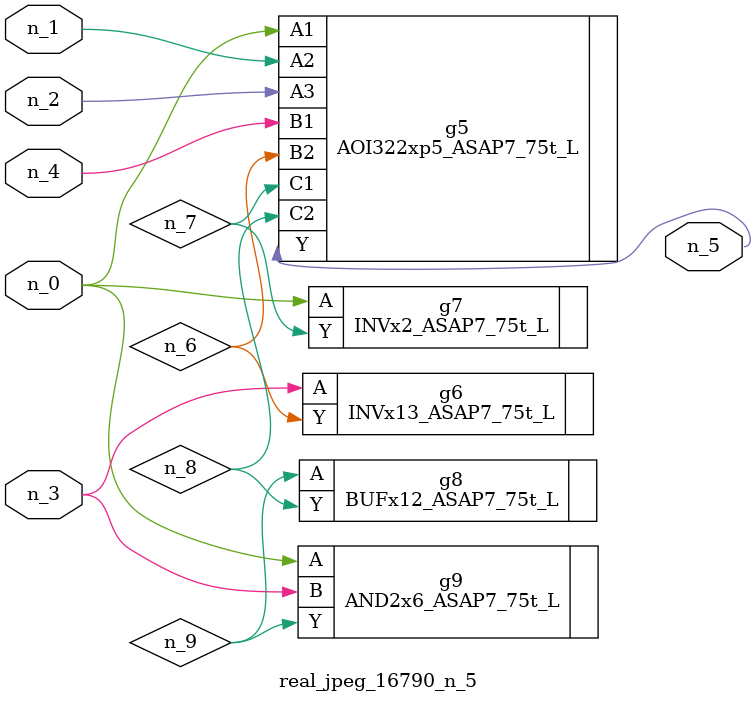
<source format=v>
module real_jpeg_16790_n_5 (n_4, n_0, n_1, n_2, n_3, n_5);

input n_4;
input n_0;
input n_1;
input n_2;
input n_3;

output n_5;

wire n_8;
wire n_6;
wire n_7;
wire n_9;

AOI322xp5_ASAP7_75t_L g5 ( 
.A1(n_0),
.A2(n_1),
.A3(n_2),
.B1(n_4),
.B2(n_6),
.C1(n_7),
.C2(n_8),
.Y(n_5)
);

INVx2_ASAP7_75t_L g7 ( 
.A(n_0),
.Y(n_7)
);

AND2x6_ASAP7_75t_L g9 ( 
.A(n_0),
.B(n_3),
.Y(n_9)
);

INVx13_ASAP7_75t_L g6 ( 
.A(n_3),
.Y(n_6)
);

BUFx12_ASAP7_75t_L g8 ( 
.A(n_9),
.Y(n_8)
);


endmodule
</source>
